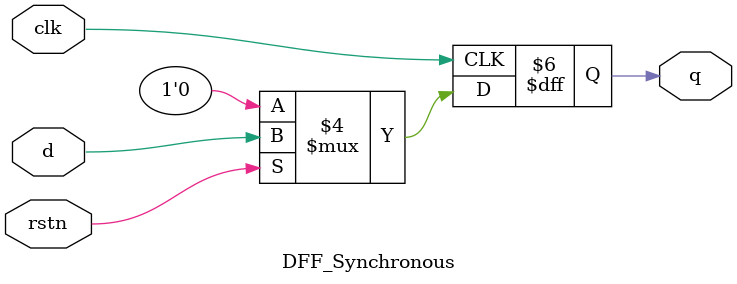
<source format=v>
`timescale 1ns / 1ps

module DFF_Synchronous(
    input d,
    input rstn,
    input clk,
    output reg q
    );
    
    always @ (posedge clk)
    if(!rstn)
        q <= 0;
    else
        q <= d;
endmodule

</source>
